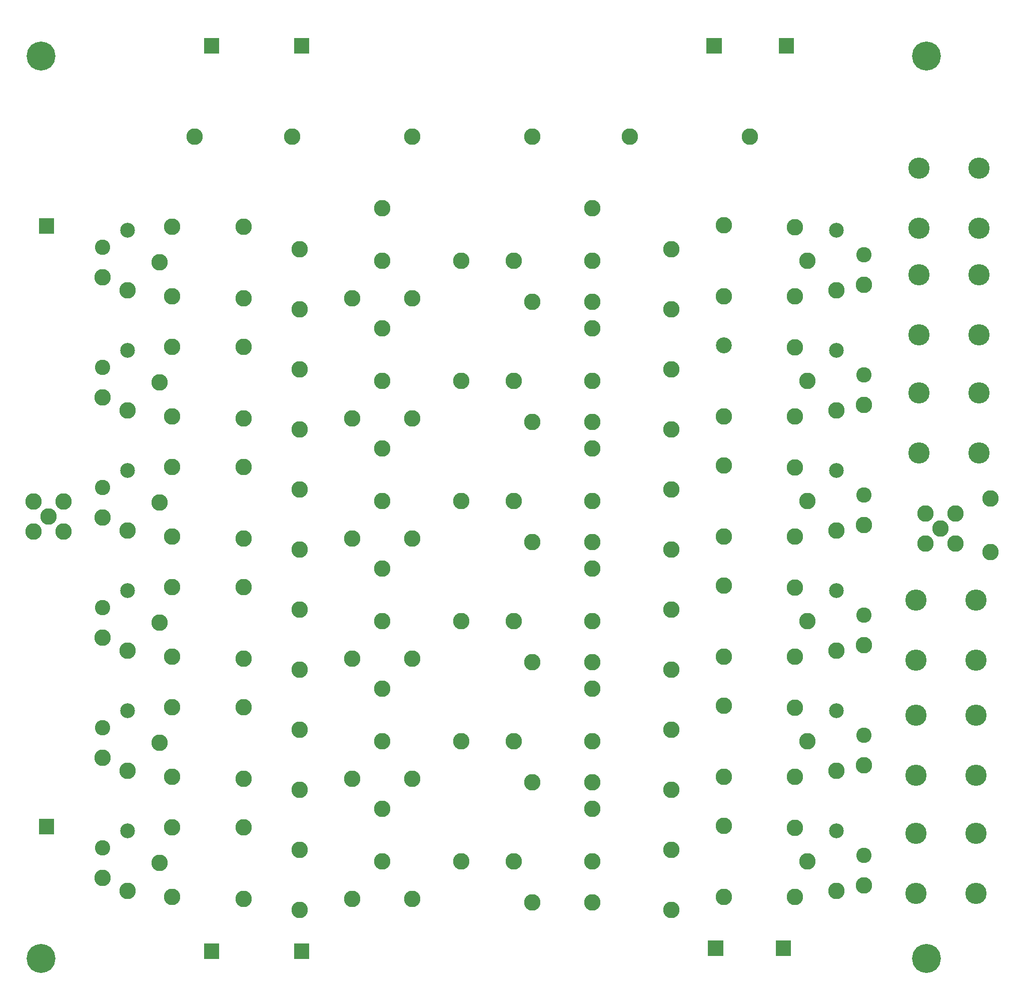
<source format=gbr>
%FSLAX34Y34*%
%MOMM*%
%LNSOLDERMASK_BOTTOM*%
G71*
G01*
%ADD10C,2.800*%
%ADD11C,2.800*%
%ADD12C,2.700*%
%ADD13C,2.600*%
%ADD14C,2.500*%
%ADD15C,2.700*%
%ADD16C,2.800*%
%ADD17C,2.800*%
%ADD18C,4.900*%
%ADD19C,3.600*%
%LPD*%
X-1228700Y61900D02*
G54D10*
D03*
X-1228700Y-39700D02*
G54D10*
D03*
X-1089000Y42850D02*
G54D11*
D03*
X-1089000Y131750D02*
G54D11*
D03*
X-1038200Y-20650D02*
G54D10*
D03*
X-1139800Y-20650D02*
G54D10*
D03*
X-955650Y42850D02*
G54D11*
D03*
X-866750Y42850D02*
G54D11*
D03*
X-733400Y-27000D02*
G54D10*
D03*
X-835000Y-27000D02*
G54D10*
D03*
X-733400Y42850D02*
G54D11*
D03*
X-733400Y131750D02*
G54D11*
D03*
X-600050Y61900D02*
G54D10*
D03*
X-600050Y-39700D02*
G54D10*
D03*
X-1323950Y-20650D02*
G54D11*
D03*
X-1444600Y-17476D02*
G54D11*
D03*
X-1323950Y100000D02*
G54D11*
D03*
X-1444600Y100000D02*
G54D11*
D03*
X-1465712Y39675D02*
G54D11*
D03*
X-511290Y102651D02*
G54D11*
D03*
X-390640Y99477D02*
G54D11*
D03*
X-511290Y-17999D02*
G54D11*
D03*
X-390640Y-17999D02*
G54D11*
D03*
X-369528Y42326D02*
G54D11*
D03*
X-1228700Y61900D02*
G54D11*
D03*
X-1038200Y-20650D02*
G54D11*
D03*
X-733400Y-27000D02*
G54D11*
D03*
X-600050Y-39700D02*
G54D11*
D03*
X-1444600Y-17476D02*
G54D12*
D03*
X-1562592Y14362D02*
G54D13*
D03*
X-1562704Y65342D02*
G54D13*
D03*
X-1520477Y-7670D02*
G54D14*
D03*
X-1520477Y93930D02*
G54D14*
D03*
X-1520477Y-7670D02*
G54D13*
D03*
X-273542Y1662D02*
G54D13*
D03*
X-273654Y52642D02*
G54D13*
D03*
X-320327Y-7670D02*
G54D14*
D03*
X-320327Y93930D02*
G54D14*
D03*
X-320327Y-7670D02*
G54D13*
D03*
X-1520477Y-7670D02*
G54D11*
D03*
X-1562592Y14362D02*
G54D11*
D03*
X-320327Y-7670D02*
G54D11*
D03*
X-273542Y1662D02*
G54D11*
D03*
X-1228700Y-141300D02*
G54D10*
D03*
X-1228700Y-242900D02*
G54D10*
D03*
X-1089000Y-160350D02*
G54D11*
D03*
X-1089000Y-71450D02*
G54D11*
D03*
X-1038200Y-223850D02*
G54D10*
D03*
X-1139800Y-223850D02*
G54D10*
D03*
X-955650Y-160350D02*
G54D11*
D03*
X-866750Y-160350D02*
G54D11*
D03*
X-733400Y-230200D02*
G54D10*
D03*
X-835000Y-230200D02*
G54D10*
D03*
X-733400Y-160350D02*
G54D11*
D03*
X-733400Y-71450D02*
G54D11*
D03*
X-600050Y-141300D02*
G54D10*
D03*
X-600050Y-242900D02*
G54D10*
D03*
X-1323950Y-223850D02*
G54D11*
D03*
X-1444600Y-220676D02*
G54D11*
D03*
X-1323950Y-103200D02*
G54D11*
D03*
X-1444600Y-103200D02*
G54D11*
D03*
X-1465712Y-163525D02*
G54D11*
D03*
X-511290Y-100549D02*
G54D15*
D03*
X-390640Y-103723D02*
G54D11*
D03*
X-511290Y-221199D02*
G54D11*
D03*
X-390640Y-221199D02*
G54D11*
D03*
X-369527Y-160874D02*
G54D11*
D03*
X-1228700Y-141300D02*
G54D11*
D03*
X-1038200Y-223850D02*
G54D11*
D03*
X-733400Y-230200D02*
G54D11*
D03*
X-600050Y-242900D02*
G54D11*
D03*
X-1444600Y-220676D02*
G54D16*
D03*
X-1562592Y-188838D02*
G54D13*
D03*
X-1562704Y-137858D02*
G54D13*
D03*
X-1520477Y-210870D02*
G54D14*
D03*
X-1520477Y-109270D02*
G54D14*
D03*
X-1520477Y-210870D02*
G54D13*
D03*
X-273542Y-201538D02*
G54D13*
D03*
X-273654Y-150558D02*
G54D13*
D03*
X-320327Y-210870D02*
G54D14*
D03*
X-320327Y-109270D02*
G54D14*
D03*
X-320327Y-210870D02*
G54D13*
D03*
X-1520477Y-210870D02*
G54D11*
D03*
X-1562592Y-188838D02*
G54D11*
D03*
X-320327Y-210870D02*
G54D11*
D03*
X-273542Y-201538D02*
G54D11*
D03*
X-1228700Y-344500D02*
G54D10*
D03*
X-1228700Y-446100D02*
G54D10*
D03*
X-1089000Y-363550D02*
G54D11*
D03*
X-1089000Y-274650D02*
G54D11*
D03*
X-1038200Y-427050D02*
G54D10*
D03*
X-1139800Y-427050D02*
G54D10*
D03*
X-955650Y-363550D02*
G54D11*
D03*
X-866750Y-363550D02*
G54D11*
D03*
X-733400Y-433400D02*
G54D10*
D03*
X-835000Y-433400D02*
G54D10*
D03*
X-733400Y-363550D02*
G54D11*
D03*
X-733400Y-274650D02*
G54D11*
D03*
X-600050Y-344500D02*
G54D10*
D03*
X-600050Y-446100D02*
G54D10*
D03*
X-1323950Y-427050D02*
G54D11*
D03*
X-1444600Y-423876D02*
G54D11*
D03*
X-1323950Y-306400D02*
G54D11*
D03*
X-1444600Y-306400D02*
G54D11*
D03*
X-1465712Y-366725D02*
G54D11*
D03*
X-511290Y-303749D02*
G54D11*
D03*
X-390640Y-306923D02*
G54D11*
D03*
X-511290Y-424399D02*
G54D11*
D03*
X-390640Y-424399D02*
G54D11*
D03*
X-369527Y-364074D02*
G54D11*
D03*
X-1228700Y-344500D02*
G54D11*
D03*
X-1038200Y-427050D02*
G54D11*
D03*
X-733400Y-433400D02*
G54D11*
D03*
X-600050Y-446100D02*
G54D11*
D03*
X-1444600Y-423876D02*
G54D16*
D03*
X-1562592Y-392038D02*
G54D13*
D03*
X-1562704Y-341058D02*
G54D13*
D03*
X-1520477Y-414070D02*
G54D14*
D03*
X-1520477Y-312470D02*
G54D14*
D03*
X-1520477Y-414070D02*
G54D13*
D03*
X-273542Y-404738D02*
G54D13*
D03*
X-273654Y-353758D02*
G54D13*
D03*
X-320327Y-414070D02*
G54D14*
D03*
X-320327Y-312470D02*
G54D14*
D03*
X-320327Y-414070D02*
G54D13*
D03*
X-1520477Y-414070D02*
G54D11*
D03*
X-1562592Y-392038D02*
G54D11*
D03*
X-320327Y-414070D02*
G54D11*
D03*
X-273542Y-404738D02*
G54D11*
D03*
X-1228700Y-547700D02*
G54D10*
D03*
X-1228700Y-649300D02*
G54D10*
D03*
X-1089000Y-566750D02*
G54D11*
D03*
X-1089000Y-477850D02*
G54D11*
D03*
X-1038200Y-630250D02*
G54D10*
D03*
X-1139800Y-630250D02*
G54D10*
D03*
X-955650Y-566750D02*
G54D11*
D03*
X-866750Y-566750D02*
G54D11*
D03*
X-733400Y-636600D02*
G54D10*
D03*
X-835000Y-636600D02*
G54D10*
D03*
X-733400Y-566750D02*
G54D11*
D03*
X-733400Y-477850D02*
G54D11*
D03*
X-600050Y-547700D02*
G54D10*
D03*
X-600050Y-649300D02*
G54D10*
D03*
X-1323950Y-630250D02*
G54D11*
D03*
X-1444600Y-627076D02*
G54D11*
D03*
X-1323950Y-509600D02*
G54D11*
D03*
X-1444600Y-509600D02*
G54D11*
D03*
X-1465712Y-569925D02*
G54D11*
D03*
X-511290Y-506948D02*
G54D11*
D03*
X-390640Y-510123D02*
G54D11*
D03*
X-511290Y-627599D02*
G54D11*
D03*
X-390640Y-627599D02*
G54D11*
D03*
X-369527Y-567274D02*
G54D11*
D03*
X-1228700Y-547700D02*
G54D11*
D03*
X-1038200Y-630250D02*
G54D11*
D03*
X-733400Y-636600D02*
G54D11*
D03*
X-600050Y-649300D02*
G54D11*
D03*
X-1444600Y-627076D02*
G54D16*
D03*
X-1562592Y-595238D02*
G54D13*
D03*
X-1562704Y-544258D02*
G54D13*
D03*
X-1520477Y-617270D02*
G54D14*
D03*
X-1520477Y-515670D02*
G54D14*
D03*
X-1520477Y-617270D02*
G54D13*
D03*
X-273542Y-607938D02*
G54D13*
D03*
X-273654Y-556958D02*
G54D13*
D03*
X-320327Y-617270D02*
G54D14*
D03*
X-320327Y-515670D02*
G54D14*
D03*
X-320327Y-617270D02*
G54D13*
D03*
X-1520477Y-617270D02*
G54D11*
D03*
X-1562592Y-595238D02*
G54D11*
D03*
X-320327Y-617270D02*
G54D11*
D03*
X-273542Y-607938D02*
G54D11*
D03*
X-1228700Y-750900D02*
G54D10*
D03*
X-1228700Y-852500D02*
G54D10*
D03*
X-1089000Y-769950D02*
G54D11*
D03*
X-1089000Y-681050D02*
G54D11*
D03*
X-1038200Y-833450D02*
G54D10*
D03*
X-1139800Y-833450D02*
G54D10*
D03*
X-955650Y-769950D02*
G54D11*
D03*
X-866750Y-769950D02*
G54D11*
D03*
X-733400Y-839800D02*
G54D10*
D03*
X-835000Y-839800D02*
G54D10*
D03*
X-733400Y-769950D02*
G54D11*
D03*
X-733400Y-681050D02*
G54D11*
D03*
X-600050Y-750900D02*
G54D10*
D03*
X-600050Y-852500D02*
G54D10*
D03*
X-1323950Y-833450D02*
G54D11*
D03*
X-1444600Y-830276D02*
G54D11*
D03*
X-1323950Y-712800D02*
G54D11*
D03*
X-1444600Y-712800D02*
G54D11*
D03*
X-1465712Y-773125D02*
G54D11*
D03*
X-511290Y-710148D02*
G54D11*
D03*
X-390640Y-713323D02*
G54D11*
D03*
X-511290Y-830799D02*
G54D11*
D03*
X-390640Y-830799D02*
G54D11*
D03*
X-369527Y-770474D02*
G54D11*
D03*
X-1228700Y-750900D02*
G54D11*
D03*
X-1038200Y-833450D02*
G54D11*
D03*
X-733400Y-839800D02*
G54D11*
D03*
X-600050Y-852500D02*
G54D11*
D03*
X-1444600Y-830276D02*
G54D16*
D03*
X-1562592Y-798438D02*
G54D13*
D03*
X-1562704Y-747458D02*
G54D13*
D03*
X-1520477Y-820470D02*
G54D14*
D03*
X-1520477Y-718870D02*
G54D14*
D03*
X-1520477Y-820470D02*
G54D13*
D03*
X-273542Y-811138D02*
G54D13*
D03*
X-273654Y-760158D02*
G54D13*
D03*
X-320327Y-820470D02*
G54D14*
D03*
X-320327Y-718870D02*
G54D14*
D03*
X-320327Y-820470D02*
G54D13*
D03*
X-1520477Y-820470D02*
G54D11*
D03*
X-1562592Y-798438D02*
G54D11*
D03*
X-320327Y-820470D02*
G54D11*
D03*
X-273542Y-811138D02*
G54D11*
D03*
X-1228700Y-954100D02*
G54D10*
D03*
X-1228700Y-1055700D02*
G54D10*
D03*
X-1089000Y-973150D02*
G54D11*
D03*
X-1089000Y-884250D02*
G54D11*
D03*
X-1038200Y-1036650D02*
G54D10*
D03*
X-1139800Y-1036650D02*
G54D10*
D03*
X-955650Y-973150D02*
G54D11*
D03*
X-866750Y-973150D02*
G54D11*
D03*
X-733400Y-1043000D02*
G54D10*
D03*
X-835000Y-1043000D02*
G54D10*
D03*
X-733400Y-973150D02*
G54D11*
D03*
X-733400Y-884250D02*
G54D11*
D03*
X-600050Y-954100D02*
G54D10*
D03*
X-600050Y-1055700D02*
G54D10*
D03*
X-1323950Y-1036650D02*
G54D11*
D03*
X-1444600Y-1033476D02*
G54D11*
D03*
X-1323950Y-916000D02*
G54D11*
D03*
X-1444600Y-916000D02*
G54D11*
D03*
X-1465712Y-976325D02*
G54D11*
D03*
X-511290Y-913348D02*
G54D11*
D03*
X-390640Y-916523D02*
G54D11*
D03*
X-511290Y-1033999D02*
G54D11*
D03*
X-390640Y-1033999D02*
G54D11*
D03*
X-369527Y-973674D02*
G54D11*
D03*
X-1228700Y-954100D02*
G54D11*
D03*
X-1038200Y-1036650D02*
G54D11*
D03*
X-733400Y-1043000D02*
G54D11*
D03*
X-600050Y-1055700D02*
G54D11*
D03*
X-1444600Y-1033476D02*
G54D16*
D03*
X-1562592Y-1001638D02*
G54D13*
D03*
X-1562704Y-950658D02*
G54D13*
D03*
X-1520477Y-1023670D02*
G54D14*
D03*
X-1520477Y-922070D02*
G54D14*
D03*
X-1520477Y-1023670D02*
G54D13*
D03*
X-273542Y-1014338D02*
G54D13*
D03*
X-273654Y-963358D02*
G54D13*
D03*
X-320327Y-1023670D02*
G54D14*
D03*
X-320327Y-922070D02*
G54D14*
D03*
X-320327Y-1023670D02*
G54D13*
D03*
X-1520477Y-1023670D02*
G54D11*
D03*
X-1562592Y-1001638D02*
G54D11*
D03*
X-320327Y-1023670D02*
G54D11*
D03*
X-273542Y-1014338D02*
G54D11*
D03*
X-1406500Y252400D02*
G54D17*
D03*
X-835000Y252400D02*
G54D17*
D03*
X-669900Y252400D02*
G54D17*
D03*
X-466700Y252400D02*
G54D17*
D03*
X-1241400Y252400D02*
G54D17*
D03*
X-1038200Y252400D02*
G54D17*
D03*
X-1679575Y-365162D02*
G54D11*
D03*
X-1628775Y-365162D02*
G54D11*
D03*
X-1654175Y-390562D02*
G54D11*
D03*
X-1628775Y-415962D02*
G54D11*
D03*
X-1679575Y-415962D02*
G54D11*
D03*
G36*
X-1390950Y419400D02*
X-1364950Y419400D01*
X-1364950Y393400D01*
X-1390950Y393400D01*
X-1390950Y419400D01*
G37*
G36*
X-1238550Y419400D02*
X-1212550Y419400D01*
X-1212550Y393400D01*
X-1238550Y393400D01*
X-1238550Y419400D01*
G37*
X-1666850Y388800D02*
G54D18*
D03*
G36*
X-540550Y419400D02*
X-514550Y419400D01*
X-514550Y393400D01*
X-540550Y393400D01*
X-540550Y419400D01*
G37*
G36*
X-418150Y419400D02*
X-392150Y419400D01*
X-392150Y393400D01*
X-418150Y393400D01*
X-418150Y419400D01*
G37*
X-168250Y388800D02*
G54D18*
D03*
G36*
X-1390950Y-1112300D02*
X-1364950Y-1112300D01*
X-1364950Y-1138300D01*
X-1390950Y-1138300D01*
X-1390950Y-1112300D01*
G37*
G36*
X-1238550Y-1112300D02*
X-1212550Y-1112300D01*
X-1212550Y-1138300D01*
X-1238550Y-1138300D01*
X-1238550Y-1112300D01*
G37*
X-1666850Y-1137900D02*
G54D18*
D03*
G36*
X-538150Y-1107300D02*
X-512150Y-1107300D01*
X-512150Y-1133300D01*
X-538150Y-1133300D01*
X-538150Y-1107300D01*
G37*
X-168250Y-1137900D02*
G54D18*
D03*
G36*
X-1670350Y-901400D02*
X-1644350Y-901400D01*
X-1644350Y-927400D01*
X-1670350Y-927400D01*
X-1670350Y-901400D01*
G37*
G36*
X-1670350Y114600D02*
X-1644350Y114600D01*
X-1644350Y88600D01*
X-1670350Y88600D01*
X-1670350Y114600D01*
G37*
X-1562592Y14362D02*
G54D11*
D03*
X-1562592Y-392039D02*
G54D11*
D03*
X-1562592Y-798438D02*
G54D11*
D03*
X-273542Y-201538D02*
G54D11*
D03*
X-273542Y-607939D02*
G54D11*
D03*
X-273542Y-1014339D02*
G54D11*
D03*
G36*
X-423150Y-1107300D02*
X-397150Y-1107300D01*
X-397150Y-1133300D01*
X-423150Y-1133300D01*
X-423150Y-1107300D01*
G37*
X-180950Y198750D02*
G54D19*
D03*
X-79350Y198750D02*
G54D11*
D03*
X-79350Y198750D02*
G54D19*
D03*
X-180950Y198750D02*
G54D19*
D03*
X-180950Y97150D02*
G54D11*
D03*
X-180950Y97150D02*
G54D19*
D03*
X-79350Y198750D02*
G54D19*
D03*
X-79350Y97150D02*
G54D11*
D03*
X-79350Y97150D02*
G54D19*
D03*
X-180950Y97150D02*
G54D19*
D03*
X-79350Y97150D02*
G54D19*
D03*
X-180950Y18750D02*
G54D19*
D03*
X-79350Y18750D02*
G54D11*
D03*
X-79350Y18750D02*
G54D19*
D03*
X-180950Y18750D02*
G54D19*
D03*
X-180950Y-82850D02*
G54D11*
D03*
X-180950Y-82850D02*
G54D19*
D03*
X-79350Y18750D02*
G54D19*
D03*
X-79350Y-82850D02*
G54D11*
D03*
X-79350Y-82850D02*
G54D19*
D03*
X-180950Y-82850D02*
G54D19*
D03*
X-79350Y-82850D02*
G54D19*
D03*
X-180950Y-181250D02*
G54D19*
D03*
X-79350Y-181250D02*
G54D11*
D03*
X-79350Y-181250D02*
G54D19*
D03*
X-180950Y-181250D02*
G54D19*
D03*
X-180950Y-282850D02*
G54D11*
D03*
X-180950Y-282850D02*
G54D19*
D03*
X-79350Y-181250D02*
G54D19*
D03*
X-79350Y-282850D02*
G54D11*
D03*
X-79350Y-282850D02*
G54D19*
D03*
X-180950Y-282850D02*
G54D19*
D03*
X-79350Y-282850D02*
G54D19*
D03*
X-185950Y-531250D02*
G54D19*
D03*
X-84350Y-531250D02*
G54D11*
D03*
X-84350Y-531250D02*
G54D19*
D03*
X-185950Y-531250D02*
G54D19*
D03*
X-185950Y-632850D02*
G54D11*
D03*
X-185950Y-632850D02*
G54D19*
D03*
X-84350Y-531250D02*
G54D19*
D03*
X-84350Y-632850D02*
G54D11*
D03*
X-84350Y-632850D02*
G54D19*
D03*
X-185950Y-632850D02*
G54D19*
D03*
X-84350Y-632850D02*
G54D19*
D03*
X-185950Y-726250D02*
G54D19*
D03*
X-84350Y-726250D02*
G54D11*
D03*
X-84350Y-726250D02*
G54D19*
D03*
X-185950Y-726250D02*
G54D19*
D03*
X-185950Y-827850D02*
G54D11*
D03*
X-185950Y-827850D02*
G54D19*
D03*
X-84350Y-726250D02*
G54D19*
D03*
X-84350Y-827850D02*
G54D11*
D03*
X-84350Y-827850D02*
G54D19*
D03*
X-185950Y-827850D02*
G54D19*
D03*
X-84350Y-827850D02*
G54D19*
D03*
X-185950Y-926250D02*
G54D19*
D03*
X-84350Y-926250D02*
G54D11*
D03*
X-84350Y-926250D02*
G54D19*
D03*
X-185950Y-926250D02*
G54D19*
D03*
X-185950Y-1027850D02*
G54D11*
D03*
X-185950Y-1027850D02*
G54D19*
D03*
X-84350Y-926250D02*
G54D19*
D03*
X-84350Y-1027850D02*
G54D11*
D03*
X-84350Y-1027850D02*
G54D19*
D03*
X-185950Y-1027850D02*
G54D19*
D03*
X-84350Y-1027850D02*
G54D19*
D03*
X-169575Y-385162D02*
G54D11*
D03*
X-118775Y-385162D02*
G54D11*
D03*
X-144175Y-410562D02*
G54D11*
D03*
X-118775Y-435962D02*
G54D11*
D03*
X-169575Y-435962D02*
G54D11*
D03*
X-60000Y-360000D02*
G54D11*
D03*
X-60000Y-450000D02*
G54D11*
D03*
M02*

</source>
